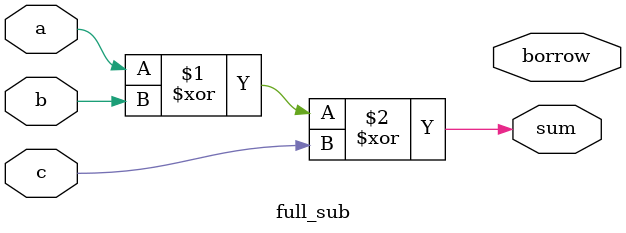
<source format=v>
module full_sub(
input a,b,c,
output sum,borrow);
assign sum=a^b^c;
assign barrow=(~a)&b|b&c|c&(~a);
endmodule

</source>
